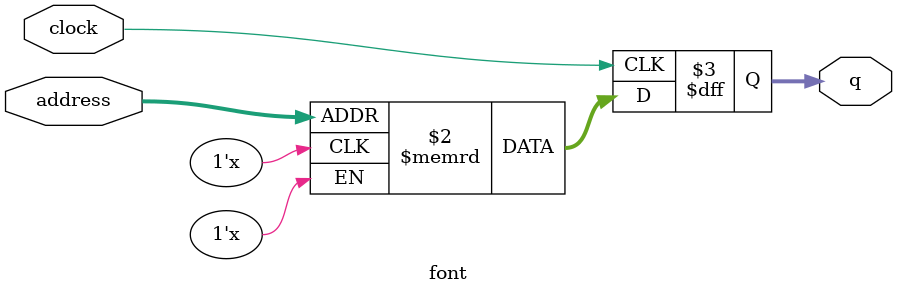
<source format=v>
module pll (refclk, rst, outclk_0);
   input refclk, rst;
   output outclk_0;

   assign outclk_0 = refclk;
endmodule // pll

module vram64k (clock, data, wraddress, wren, rdaddress, q);
   input clock, wren;
   input [15:0] wraddress, rdaddress;
   input [8:0]  data;
   output reg [8:0] q;

   reg [8:0]    m[0:65535];

   always @(posedge clock) begin
      if( wren == 1) begin
         m[wraddress]<=data;
      end
      q <= m[rdaddress];

   end // UNMATCHED !!
endmodule // vram


module cram (clock, data, wraddress, wren, rdaddress, q);
   input clock, wren;
   input [8:0] wraddress, rdaddress;
   input [7:0]  data;
   output reg [7:0] q;

   reg [7:0]    m[0:511];

   always @(posedge clock) begin
      if( wren == 1) begin
         m[wraddress]<=data;
      end
      q <= m[rdaddress];

   end // UNMATCHED !!
endmodule // vram

module font (clock, address, q);
   input clock;
   input [10:0] address;
   output reg [7:0] q;

   reg [7:0]    m[0:2047];

   always @(posedge clock) begin
      q <= m[address];
   end // UNMATCHED !!
endmodule // vram


</source>
